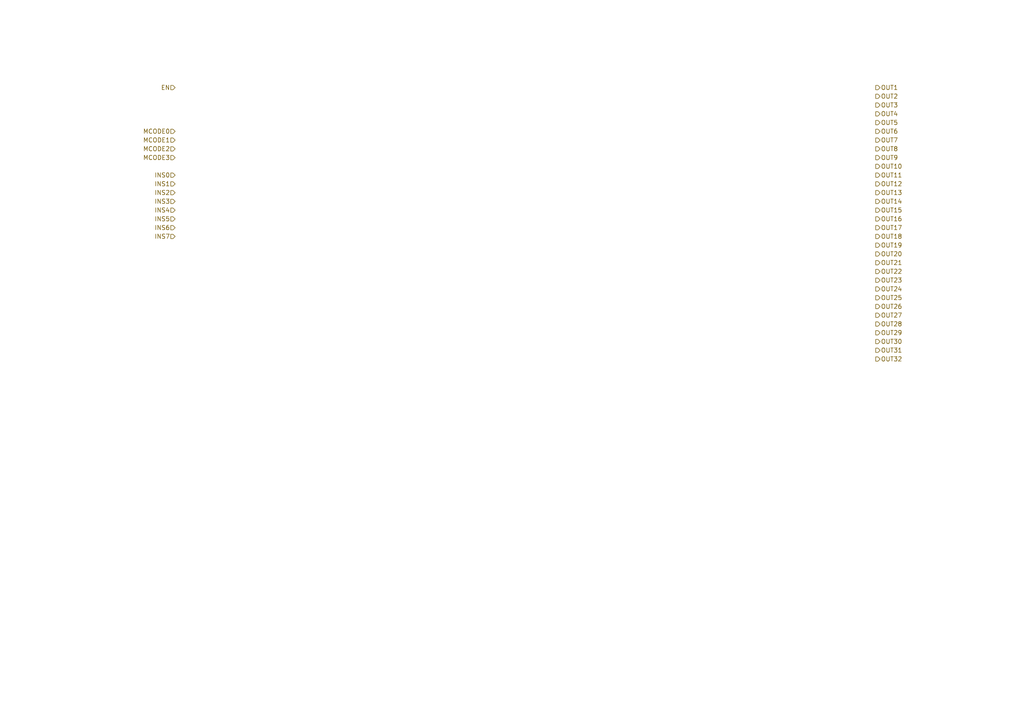
<source format=kicad_sch>
(kicad_sch (version 20230121) (generator eeschema)
  (paper "A4")
  (lib_symbols)
  (hierarchical_label "MCODE2" (shape input) (at 50.8 43.18 180))
  (hierarchical_label "OUT22" (shape output) (at 254 78.74 0))
  (hierarchical_label "OUT8" (shape output) (at 254 43.18 0))
  (hierarchical_label "OUT5" (shape output) (at 254 35.56 0))
  (hierarchical_label "OUT13" (shape output) (at 254 55.88 0))
  (hierarchical_label "OUT2" (shape output) (at 254 27.94 0))
  (hierarchical_label "OUT7" (shape output) (at 254 40.64 0))
  (hierarchical_label "OUT6" (shape output) (at 254 38.1 0))
  (hierarchical_label "INS1" (shape input) (at 50.8 53.34 180))
  (hierarchical_label "OUT19" (shape output) (at 254 71.12 0))
  (hierarchical_label "INS7" (shape input) (at 50.8 68.58 180))
  (hierarchical_label "OUT11" (shape output) (at 254 50.8 0))
  (hierarchical_label "INS5" (shape input) (at 50.8 63.5 180))
  (hierarchical_label "OUT21" (shape output) (at 254 76.2 0))
  (hierarchical_label "OUT31" (shape output) (at 254 101.6 0))
  (hierarchical_label "INS6" (shape input) (at 50.8 66.04 180))
  (hierarchical_label "OUT4" (shape output) (at 254 33.02 0))
  (hierarchical_label "INS2" (shape input) (at 50.8 55.88 180))
  (hierarchical_label "MCODE3" (shape input) (at 50.8 45.72 180))
  (hierarchical_label "OUT10" (shape output) (at 254 48.26 0))
  (hierarchical_label "INS0" (shape input) (at 50.8 50.8 180))
  (hierarchical_label "MCODE1" (shape input) (at 50.8 40.64 180))
  (hierarchical_label "OUT24" (shape output) (at 254 83.82 0))
  (hierarchical_label "INS3" (shape input) (at 50.8 58.42 180))
  (hierarchical_label "INS4" (shape input) (at 50.8 60.96 180))
  (hierarchical_label "OUT26" (shape output) (at 254 88.9 0))
  (hierarchical_label "OUT20" (shape output) (at 254 73.66 0))
  (hierarchical_label "OUT30" (shape output) (at 254 99.06 0))
  (hierarchical_label "OUT3" (shape output) (at 254 30.48 0))
  (hierarchical_label "OUT1" (shape output) (at 254 25.4 0))
  (hierarchical_label "OUT14" (shape output) (at 254 58.42 0))
  (hierarchical_label "OUT15" (shape output) (at 254 60.96 0))
  (hierarchical_label "OUT25" (shape output) (at 254 86.36 0))
  (hierarchical_label "OUT28" (shape output) (at 254 93.98 0))
  (hierarchical_label "OUT29" (shape output) (at 254 96.52 0))
  (hierarchical_label "OUT27" (shape output) (at 254 91.44 0))
  (hierarchical_label "OUT23" (shape output) (at 254 81.28 0))
  (hierarchical_label "OUT16" (shape output) (at 254 63.5 0))
  (hierarchical_label "EN" (shape input) (at 50.8 25.4 180))
  (hierarchical_label "OUT32" (shape output) (at 254 104.14 0))
  (hierarchical_label "MCODE0" (shape input) (at 50.8 38.1 180))
  (hierarchical_label "OUT17" (shape output) (at 254 66.04 0))
  (hierarchical_label "OUT12" (shape output) (at 254 53.34 0))
  (hierarchical_label "OUT18" (shape output) (at 254 68.58 0))
  (hierarchical_label "OUT9" (shape output) (at 254 45.72 0))
)
</source>
